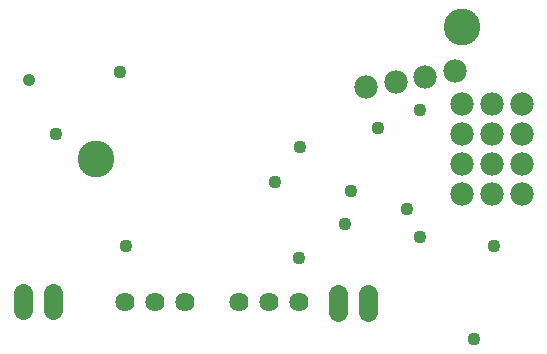
<source format=gbs>
G75*
%MOIN*%
%OFA0B0*%
%FSLAX25Y25*%
%IPPOS*%
%LPD*%
%AMOC8*
5,1,8,0,0,1.08239X$1,22.5*
%
%ADD10C,0.12211*%
%ADD11C,0.06337*%
%ADD12C,0.06400*%
%ADD13C,0.07800*%
%ADD14C,0.04362*%
%ADD15C,0.04165*%
D10*
X0077591Y0070929D03*
X0199638Y0115024D03*
D11*
X0053095Y0026469D02*
X0053095Y0020531D01*
X0063095Y0020531D02*
X0063095Y0026469D01*
X0158095Y0025969D02*
X0158095Y0020031D01*
X0168095Y0020031D02*
X0168095Y0025969D01*
D12*
X0145095Y0023500D03*
X0135095Y0023500D03*
X0125095Y0023500D03*
X0107095Y0023500D03*
X0097095Y0023500D03*
X0087095Y0023500D03*
D13*
X0167595Y0095000D03*
X0177443Y0096736D03*
X0187291Y0098473D03*
X0197139Y0100209D03*
X0199595Y0089500D03*
X0209595Y0089500D03*
X0219595Y0089500D03*
X0219595Y0079500D03*
X0209595Y0079500D03*
X0199595Y0079500D03*
X0199595Y0069500D03*
X0209595Y0069500D03*
X0219595Y0069500D03*
X0219595Y0059500D03*
X0209595Y0059500D03*
X0199595Y0059500D03*
D14*
X0185595Y0045000D03*
X0181095Y0054500D03*
X0162595Y0060500D03*
X0160595Y0049500D03*
X0145095Y0038000D03*
X0137095Y0063500D03*
X0145595Y0075000D03*
X0171595Y0081500D03*
X0185595Y0087500D03*
X0210095Y0042000D03*
X0203595Y0011000D03*
X0087595Y0042000D03*
X0064095Y0079500D03*
X0085595Y0100000D03*
D15*
X0055095Y0097500D03*
M02*

</source>
